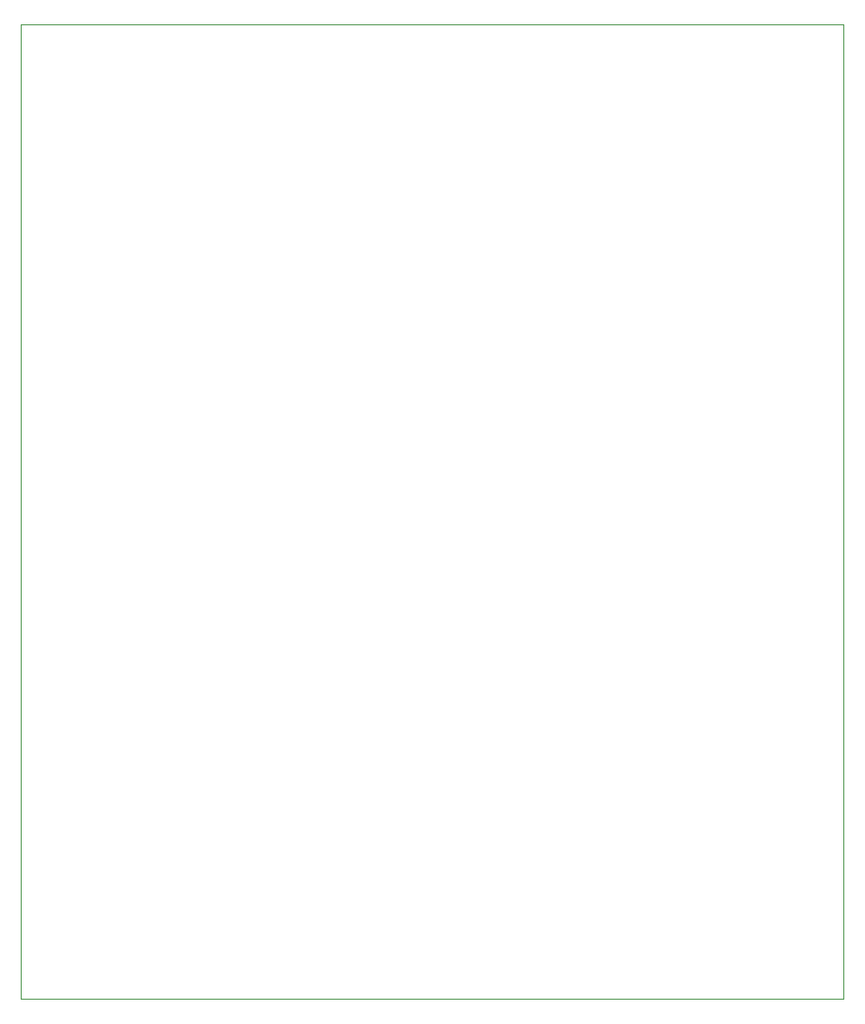
<source format=gbr>
%TF.GenerationSoftware,KiCad,Pcbnew,6.0.11+dfsg-1~bpo11+1*%
%TF.CreationDate,2025-04-08T21:51:03+02:00*%
%TF.ProjectId,v1,76312e6b-6963-4616-945f-706362585858,rev?*%
%TF.SameCoordinates,Original*%
%TF.FileFunction,Profile,NP*%
%FSLAX46Y46*%
G04 Gerber Fmt 4.6, Leading zero omitted, Abs format (unit mm)*
G04 Created by KiCad (PCBNEW 6.0.11+dfsg-1~bpo11+1) date 2025-04-08 21:51:03*
%MOMM*%
%LPD*%
G01*
G04 APERTURE LIST*
%TA.AperFunction,Profile*%
%ADD10C,0.100000*%
%TD*%
G04 APERTURE END LIST*
D10*
X89916000Y-38100000D02*
X167132000Y-38100000D01*
X167132000Y-38100000D02*
X167132000Y-129540000D01*
X167132000Y-129540000D02*
X89916000Y-129540000D01*
X89916000Y-129540000D02*
X89916000Y-38100000D01*
M02*

</source>
